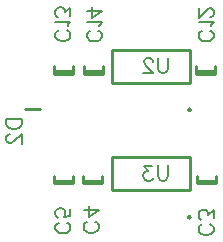
<source format=gbr>
G04 DipTrace 4.3.0.3*
G04 GBO.gbr*
%MOMM*%
G04 #@! TF.FileFunction,Legend,Bot*
G04 #@! TF.Part,Single*
%ADD10C,0.25*%
%ADD43C,0.19608*%
%FSLAX35Y35*%
G04*
G71*
G90*
G75*
G01*
G04 BotSilk*
%LPD*%
X3200080Y1763998D2*
D10*
X3359920Y1764002D1*
X3200081Y1745078D2*
X3359921Y1745082D1*
X3200081Y1745078D2*
X3200079Y1804918D1*
X3359921Y1745082D2*
X3359919Y1804922D1*
X2230080Y1763998D2*
X2389920Y1764002D1*
X2230081Y1745078D2*
X2389921Y1745082D1*
X2230081Y1745078D2*
X2230079Y1804918D1*
X2389921Y1745082D2*
X2389919Y1804922D1*
X1990080Y1764000D2*
X2149920D1*
X1990080Y1745080D2*
X2149920D1*
X1990080D2*
Y1804920D1*
X2149920Y1745080D2*
Y1804920D1*
X3190080Y2689000D2*
X3349920D1*
X3190080Y2670080D2*
X3349920D1*
X3190080D2*
Y2729920D1*
X3349920Y2670080D2*
Y2729920D1*
X1985080Y2689000D2*
X2144920D1*
X1985080Y2670080D2*
X2144920D1*
X1985080D2*
Y2729920D1*
X2144920Y2670080D2*
Y2729920D1*
X2240080Y2689000D2*
X2399920D1*
X2240080Y2670080D2*
X2399920D1*
X2240080D2*
Y2729920D1*
X2399920Y2670080D2*
Y2729920D1*
X1869950Y2369947D2*
X1740050D1*
G36*
X3112793Y2363340D2*
X3112961Y2365894D1*
X3113460Y2368403D1*
X3114283Y2370827D1*
X3115414Y2373122D1*
X3116836Y2375249D1*
X3118523Y2377173D1*
X3120447Y2378861D1*
X3122575Y2380282D1*
X3124870Y2381414D1*
X3127293Y2382237D1*
X3129803Y2382736D1*
X3132357Y2382903D1*
X3134910Y2382736D1*
X3137420Y2382237D1*
X3139843Y2381414D1*
X3142138Y2380282D1*
X3144266Y2378861D1*
X3146190Y2377173D1*
X3147877Y2375249D1*
X3149299Y2373122D1*
X3150431Y2370827D1*
X3151253Y2368403D1*
X3151753Y2365893D1*
X3151920Y2363340D1*
Y2363273D1*
X3151753Y2360720D1*
X3151253Y2358210D1*
X3150431Y2355787D1*
X3149299Y2353492D1*
X3147877Y2351364D1*
X3146190Y2349440D1*
X3144266Y2347753D1*
X3142138Y2346331D1*
X3139843Y2345199D1*
X3137420Y2344377D1*
X3134910Y2343877D1*
X3132357Y2343710D1*
X3129803Y2343877D1*
X3127293Y2344377D1*
X3124870Y2345199D1*
X3122575Y2346331D1*
X3120447Y2347753D1*
X3118523Y2349440D1*
X3116836Y2351364D1*
X3115414Y2353492D1*
X3114283Y2355787D1*
X3113460Y2358210D1*
X3112961Y2360720D1*
X3112793Y2363273D1*
Y2363340D1*
G37*
X3134997Y2590000D2*
D10*
X2475027D1*
X3134997Y2870000D2*
X2475027D1*
Y2590000D2*
Y2870000D1*
X3134997Y2590000D2*
Y2870000D1*
G36*
X3112793Y1453340D2*
X3112961Y1455894D1*
X3113460Y1458403D1*
X3114283Y1460827D1*
X3115414Y1463122D1*
X3116836Y1465249D1*
X3118523Y1467173D1*
X3120447Y1468861D1*
X3122575Y1470282D1*
X3124870Y1471414D1*
X3127293Y1472237D1*
X3129803Y1472736D1*
X3132357Y1472903D1*
X3134910Y1472736D1*
X3137420Y1472237D1*
X3139843Y1471414D1*
X3142138Y1470282D1*
X3144266Y1468861D1*
X3146190Y1467173D1*
X3147877Y1465249D1*
X3149299Y1463122D1*
X3150431Y1460827D1*
X3151253Y1458403D1*
X3151753Y1455893D1*
X3151920Y1453340D1*
Y1453273D1*
X3151753Y1450720D1*
X3151253Y1448210D1*
X3150431Y1445787D1*
X3149299Y1443492D1*
X3147877Y1441364D1*
X3146190Y1439440D1*
X3144266Y1437753D1*
X3142138Y1436331D1*
X3139843Y1435199D1*
X3137420Y1434377D1*
X3134910Y1433877D1*
X3132357Y1433710D1*
X3129803Y1433877D1*
X3127293Y1434377D1*
X3124870Y1435199D1*
X3122575Y1436331D1*
X3120447Y1437753D1*
X3118523Y1439440D1*
X3116836Y1441364D1*
X3115414Y1443492D1*
X3114283Y1445787D1*
X3113460Y1448210D1*
X3112961Y1450720D1*
X3112793Y1453273D1*
Y1453340D1*
G37*
X3134997Y1680000D2*
D10*
X2475027D1*
X3134997Y1960000D2*
X2475027D1*
Y1680000D2*
Y1960000D1*
X3134997Y1680000D2*
Y1960000D1*
X3307583Y1393418D2*
D43*
X3319657Y1387382D1*
X3331870Y1375168D1*
X3337907Y1363096D1*
X3337908Y1338809D1*
X3331872Y1326595D1*
X3319658Y1314522D1*
X3307586Y1308345D1*
X3289336Y1302308D1*
X3258872Y1302307D1*
X3240762Y1308343D1*
X3228549Y1314520D1*
X3216475Y1326592D1*
X3210298Y1338806D1*
Y1363092D1*
X3216474Y1375165D1*
X3228547Y1387379D1*
X3240760Y1393416D1*
X3337765Y1444848D2*
X3337763Y1511530D1*
X3289191Y1475170D1*
X3289190Y1493420D1*
X3283154Y1505492D1*
X3277117Y1511529D1*
X3258867Y1517705D1*
X3246794D1*
X3228544Y1511528D1*
X3216331Y1499454D1*
X3210295Y1481204D1*
Y1462954D1*
X3216332Y1444845D1*
X3222509Y1438808D1*
X3234582Y1432632D1*
X2335663Y1414866D2*
X2347736Y1408830D1*
X2359950Y1396617D1*
X2365987Y1384544D1*
Y1360257D1*
X2359951Y1348044D1*
X2347738Y1335970D1*
X2335665Y1329793D1*
X2317415Y1323756D1*
X2286952Y1323755D1*
X2268842Y1329791D1*
X2256628Y1335968D1*
X2244555Y1348041D1*
X2238378Y1360254D1*
X2238377Y1384541D1*
X2244554Y1396614D1*
X2256626Y1408828D1*
X2268840Y1414864D1*
X2238374Y1514866D2*
X2365843Y1514869D1*
X2280912Y1454080D1*
X2280909Y1545190D1*
X2095664Y1408410D2*
X2107737Y1402374D1*
X2119950Y1390160D1*
X2125987Y1378087D1*
Y1353801D1*
X2119950Y1341587D1*
X2107737Y1329514D1*
X2095664Y1323337D1*
X2077414Y1317301D1*
X2046950D1*
X2028840Y1323337D1*
X2016627Y1329514D1*
X2004554Y1341587D1*
X1998377Y1353801D1*
Y1378087D1*
X2004554Y1390160D1*
X2016627Y1402374D1*
X2028840Y1408410D1*
X2125846Y1520486D2*
Y1459840D1*
X2071237Y1453803D1*
X2077273Y1459840D1*
X2083450Y1478090D1*
Y1496199D1*
X2077273Y1514449D1*
X2065200Y1526663D1*
X2046950Y1532699D1*
X2034877D1*
X2016627Y1526663D1*
X2004414Y1514449D1*
X1998377Y1496199D1*
Y1478090D1*
X2004414Y1459840D1*
X2010590Y1453803D1*
X2022664Y1447626D1*
X3307584Y3033571D2*
X3319657Y3027534D1*
X3331870Y3015321D1*
X3337907Y3003248D1*
Y2978961D1*
X3331870Y2966748D1*
X3319657Y2954675D1*
X3307584Y2948498D1*
X3289334Y2942461D1*
X3258870D1*
X3240760Y2948498D1*
X3228547Y2954675D1*
X3216474Y2966748D1*
X3210297Y2978961D1*
Y3003248D1*
X3216474Y3015321D1*
X3228547Y3027534D1*
X3240760Y3033571D1*
X3313480Y3072787D2*
X3319657Y3085000D1*
X3337766Y3103250D1*
X3210297D1*
X3307443Y3148643D2*
X3313480D1*
X3325693Y3154679D1*
X3331730Y3160716D1*
X3337766Y3172929D1*
Y3197216D1*
X3331730Y3209289D1*
X3325693Y3215325D1*
X3313480Y3221502D1*
X3301407D1*
X3289193Y3215325D1*
X3271084Y3203252D1*
X3210297Y3142466D1*
Y3227539D1*
X2095664Y3036588D2*
X2107737Y3030551D1*
X2119950Y3018338D1*
X2125987Y3006264D1*
Y2981978D1*
X2119950Y2969764D1*
X2107737Y2957691D1*
X2095664Y2951514D1*
X2077414Y2945478D1*
X2046950D1*
X2028840Y2951514D1*
X2016627Y2957691D1*
X2004554Y2969764D1*
X1998377Y2981978D1*
Y3006264D1*
X2004554Y3018338D1*
X2016627Y3030551D1*
X2028840Y3036588D1*
X2101560Y3075803D2*
X2107737Y3088017D1*
X2125846Y3106267D1*
X1998377D1*
X2125846Y3157696D2*
Y3224379D1*
X2077273Y3188019D1*
Y3206269D1*
X2071237Y3218342D1*
X2065200Y3224379D1*
X2046950Y3230555D1*
X2034877D1*
X2016627Y3224379D1*
X2004414Y3212305D1*
X1998377Y3194055D1*
Y3175805D1*
X2004414Y3157696D1*
X2010590Y3151659D1*
X2022664Y3145482D1*
X2361134Y3033569D2*
X2373207Y3027533D1*
X2385420Y3015319D1*
X2391457Y3003246D1*
Y2978960D1*
X2385420Y2966746D1*
X2373207Y2954673D1*
X2361134Y2948496D1*
X2342884Y2942460D1*
X2312420D1*
X2294310Y2948496D1*
X2282097Y2954673D1*
X2270024Y2966746D1*
X2263847Y2978960D1*
Y3003246D1*
X2270024Y3015319D1*
X2282097Y3027533D1*
X2294310Y3033569D1*
X2367030Y3072785D2*
X2373207Y3084998D1*
X2391316Y3103248D1*
X2263847D1*
Y3203251D2*
X2391316D1*
X2306384Y3142464D1*
Y3233574D1*
X1584013Y2284681D2*
X1711623D1*
Y2242144D1*
X1705446Y2223894D1*
X1693373Y2211681D1*
X1681160Y2205644D1*
X1663050Y2199608D1*
X1632586D1*
X1614336Y2205644D1*
X1602263Y2211681D1*
X1590050Y2223894D1*
X1584013Y2242144D1*
Y2284681D1*
X1614477Y2154215D2*
X1608440D1*
X1596227Y2148179D1*
X1590190Y2142142D1*
X1584154Y2129929D1*
Y2105642D1*
X1590190Y2093569D1*
X1596227Y2087533D1*
X1608440Y2081356D1*
X1620513D1*
X1632727Y2087533D1*
X1650836Y2099606D1*
X1711623Y2160392D1*
Y2075319D1*
X2951131Y2801457D2*
Y2710347D1*
X2945094Y2692097D1*
X2932881Y2680024D1*
X2914631Y2673847D1*
X2902558D1*
X2884308Y2680024D1*
X2872094Y2692097D1*
X2866058Y2710347D1*
Y2801457D1*
X2820665Y2770993D2*
Y2777030D1*
X2814629Y2789243D1*
X2808592Y2795280D1*
X2796379Y2801316D1*
X2772092D1*
X2760019Y2795280D1*
X2753983Y2789243D1*
X2747806Y2777030D1*
Y2764957D1*
X2753983Y2752743D1*
X2766056Y2734634D1*
X2826842Y2673847D1*
X2741769D1*
X2951131Y1891457D2*
Y1800347D1*
X2945094Y1782097D1*
X2932881Y1770024D1*
X2914631Y1763847D1*
X2902558D1*
X2884308Y1770024D1*
X2872094Y1782097D1*
X2866058Y1800347D1*
Y1891457D1*
X2814629Y1891316D2*
X2747946D1*
X2784306Y1842743D1*
X2766056D1*
X2753983Y1836707D1*
X2747946Y1830670D1*
X2741769Y1812420D1*
Y1800347D1*
X2747946Y1782097D1*
X2760019Y1769884D1*
X2778269Y1763847D1*
X2796519D1*
X2814629Y1769884D1*
X2820665Y1776060D1*
X2826842Y1788134D1*
M02*

</source>
